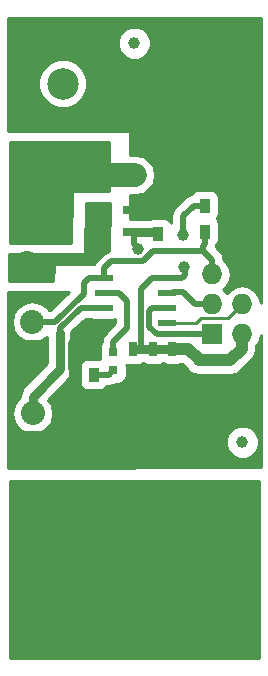
<source format=gbr>
G04 #@! TF.FileFunction,Copper,L1,Top,Signal*
%FSLAX46Y46*%
G04 Gerber Fmt 4.6, Leading zero omitted, Abs format (unit mm)*
%MOMM*%
%LPD*%
G01*
G04 APERTURE LIST*
%ADD10C,0.100000*%
%ADD11R,1.550000X0.600000*%
%ADD12C,2.670000*%
%ADD13R,0.797560X0.797560*%
%ADD14R,0.800000X0.600000*%
%ADD15R,0.750000X1.200000*%
%ADD16R,0.900000X1.200000*%
%ADD17R,1.900000X0.800000*%
%ADD18R,2.032000X2.032000*%
%ADD19O,2.032000X2.032000*%
%ADD20R,1.727200X1.727200*%
%ADD21O,1.727200X1.727200*%
%ADD22C,1.000000*%
%ADD23C,0.500000*%
%ADD24C,0.750000*%
%ADD25C,1.000000*%
%ADD26C,2.000000*%
%ADD27C,0.250000*%
%ADD28C,0.254000*%
G04 APERTURE END LIST*
D10*
D11*
X146011800Y-93181400D03*
X146011800Y-94451400D03*
X146011800Y-95721400D03*
X146011800Y-96991400D03*
X151411800Y-96991400D03*
X151411800Y-95721400D03*
X151411800Y-94451400D03*
X151411800Y-93181400D03*
D12*
X142553200Y-76757000D03*
X142553200Y-84377000D03*
X142553200Y-84377000D03*
X142553200Y-76757000D03*
X142553200Y-76757000D03*
X142553200Y-84377000D03*
X142553200Y-84377000D03*
X142553200Y-76757000D03*
X142553200Y-84377000D03*
X142553200Y-119426000D03*
X142553200Y-111806000D03*
D13*
X146809320Y-99511080D03*
X146809320Y-101009680D03*
D14*
X142902800Y-89957400D03*
X142902800Y-91657400D03*
D15*
X151818200Y-99244300D03*
X151818200Y-101144300D03*
D16*
X154576640Y-87079960D03*
X154576640Y-89279960D03*
D15*
X150179900Y-99252000D03*
X150179900Y-101152000D03*
D12*
X154553200Y-119376000D03*
X154553200Y-111756000D03*
X154553200Y-111756000D03*
X154553200Y-119376000D03*
X154553200Y-119376000D03*
X154553200Y-111756000D03*
X154553200Y-111756000D03*
X154553200Y-119376000D03*
X154553200Y-111756000D03*
X154553200Y-76707000D03*
X154553200Y-84327000D03*
D17*
X148544400Y-89356200D03*
X148544400Y-87456200D03*
X145544400Y-88406200D03*
D18*
X139981800Y-99480600D03*
D19*
X139981800Y-96940600D03*
D18*
X139994500Y-107227600D03*
D19*
X139994500Y-104687600D03*
D20*
X155183700Y-97982000D03*
D21*
X157723700Y-97982000D03*
X155183700Y-95442000D03*
X157723700Y-95442000D03*
X155183700Y-92902000D03*
X157723700Y-92902000D03*
D16*
X145178640Y-101395760D03*
X145178640Y-99195760D03*
D15*
X148478100Y-99269700D03*
X148478100Y-101169700D03*
D16*
X150634560Y-89488240D03*
X150634560Y-87288240D03*
D18*
X139489040Y-89437440D03*
D19*
X139489040Y-91977440D03*
D22*
X157756720Y-107115840D03*
X148617800Y-73323680D03*
X152717360Y-89533960D03*
X148655900Y-84494600D03*
X152846900Y-92292400D03*
X148536520Y-104194840D03*
X148948000Y-90743000D03*
D23*
X145178640Y-101395760D02*
X146423240Y-101395760D01*
X146423240Y-101395760D02*
X146809320Y-101009680D01*
D24*
X142902800Y-91657400D02*
X139809080Y-91657400D01*
X139809080Y-91657400D02*
X139489040Y-91977440D01*
X142826600Y-91581200D02*
X142902800Y-91657400D01*
X144604600Y-91657400D02*
X142902800Y-91657400D01*
X144604600Y-91657400D02*
X145544400Y-90717600D01*
X145544400Y-90717600D02*
X145544400Y-88406200D01*
D25*
X154063560Y-100196880D02*
X154063560Y-100114660D01*
X153193200Y-99244300D02*
X151818200Y-99244300D01*
X154063560Y-100114660D02*
X153193200Y-99244300D01*
X156730134Y-100196880D02*
X154063560Y-100196880D01*
X157723700Y-97982000D02*
X157723700Y-99203314D01*
X157723700Y-99203314D02*
X156730134Y-100196880D01*
D24*
X142902800Y-89957400D02*
X140009000Y-89957400D01*
X140009000Y-89957400D02*
X139489040Y-89437440D01*
X142769000Y-89041200D02*
X142902800Y-88907400D01*
X142902800Y-89957400D02*
X142902800Y-88907400D01*
X142902800Y-88907400D02*
X142553200Y-88557800D01*
X142553200Y-88557800D02*
X142553200Y-88258600D01*
D23*
X154576640Y-87079960D02*
X153626640Y-87079960D01*
X153626640Y-87079960D02*
X152697040Y-88009560D01*
X152697040Y-88009560D02*
X152697040Y-88390560D01*
X152717360Y-89533960D02*
X152717360Y-88826854D01*
X152717360Y-88826854D02*
X152697040Y-88806534D01*
X152697040Y-88806534D02*
X152697040Y-88390560D01*
X152697040Y-88390560D02*
X152697040Y-89383821D01*
D25*
X142553200Y-88258600D02*
X142553200Y-84377000D01*
D26*
X148655900Y-84494600D02*
X142670800Y-84494600D01*
X142670800Y-84494600D02*
X142553200Y-84377000D01*
D23*
X152872300Y-92995900D02*
X152872300Y-92317800D01*
X152872300Y-92317800D02*
X152846900Y-92292400D01*
X151411800Y-93181400D02*
X152686800Y-93181400D01*
X152686800Y-93181400D02*
X152872300Y-92995900D01*
D24*
X148541600Y-99252000D02*
X149189300Y-99252000D01*
X149189300Y-99252000D02*
X150179900Y-99252000D01*
D23*
X149151200Y-94167000D02*
X149151200Y-99213900D01*
X149151200Y-99213900D02*
X149189300Y-99252000D01*
D24*
X150179900Y-99252000D02*
X151810500Y-99252000D01*
X151810500Y-99252000D02*
X151818200Y-99244300D01*
D23*
X151411800Y-93181400D02*
X150136800Y-93181400D01*
X150136800Y-93181400D02*
X149151200Y-94167000D01*
D24*
X145178640Y-99195760D02*
X143969240Y-99195760D01*
X143969240Y-99195760D02*
X143542880Y-98769400D01*
D25*
X143542880Y-98769400D02*
X143611882Y-103120841D01*
D26*
X143542880Y-106695220D02*
X143542880Y-103189843D01*
D25*
X143611882Y-103120841D02*
X143542880Y-103051840D01*
D26*
X139994500Y-107227600D02*
X143010500Y-107227600D01*
X143542880Y-103189843D02*
X143611882Y-103120841D01*
X143010500Y-107227600D02*
X143542880Y-106695220D01*
D24*
X143542880Y-97885480D02*
X143542880Y-98769400D01*
X144436960Y-96991400D02*
X143542880Y-97885480D01*
X144736800Y-96991400D02*
X144436960Y-96991400D01*
D25*
X150634560Y-87288240D02*
X150634560Y-85688240D01*
X150634560Y-85688240D02*
X151995800Y-84327000D01*
X151995800Y-84327000D02*
X154553200Y-84327000D01*
X148544400Y-87456200D02*
X150466600Y-87456200D01*
X150466600Y-87456200D02*
X150634560Y-87288240D01*
D24*
X148536520Y-104194840D02*
X148536520Y-101228120D01*
X148536520Y-101228120D02*
X148478100Y-101169700D01*
D25*
X154553200Y-84327000D02*
X154078400Y-84327000D01*
D23*
X146486800Y-96991400D02*
X146011800Y-96991400D01*
X146011800Y-96991400D02*
X144736800Y-96991400D01*
D24*
X150179900Y-101152000D02*
X151810500Y-101152000D01*
X151810500Y-101152000D02*
X151818200Y-101144300D01*
X148541600Y-101152000D02*
X150179900Y-101152000D01*
X154132100Y-84748100D02*
X154553200Y-84327000D01*
D23*
X146809320Y-99511080D02*
X146809320Y-98612300D01*
X146809320Y-98612300D02*
X147967560Y-97454060D01*
X147967560Y-97454060D02*
X147967560Y-95132160D01*
X146011800Y-94451400D02*
X147286800Y-94451400D01*
X147286800Y-94451400D02*
X147967560Y-95132160D01*
X139981800Y-96940600D02*
X141900137Y-96940600D01*
X144309960Y-94530777D02*
X144309960Y-93608240D01*
X141900137Y-96940600D02*
X144309960Y-94530777D01*
X144309960Y-93608240D02*
X144736800Y-93181400D01*
X144736800Y-93181400D02*
X146011800Y-93181400D01*
X154576640Y-89279960D02*
X154576640Y-90379960D01*
X154576640Y-90379960D02*
X154434400Y-90522200D01*
X154434400Y-90522200D02*
X154434400Y-90905560D01*
X146011800Y-93181400D02*
X146011800Y-92381400D01*
X146011800Y-92381400D02*
X146608800Y-91784400D01*
X146608800Y-91784400D02*
X149312602Y-91784400D01*
X149312602Y-91784400D02*
X150201602Y-90895400D01*
X150201602Y-90895400D02*
X153177100Y-90895400D01*
X153177100Y-90895400D02*
X153187260Y-90905560D01*
X153187260Y-90905560D02*
X154434400Y-90905560D01*
X154434400Y-90905560D02*
X155183700Y-91654860D01*
X155183700Y-91654860D02*
X155183700Y-92902000D01*
X142338920Y-97885480D02*
X142338920Y-97491780D01*
X142338920Y-97491780D02*
X144109300Y-95721400D01*
D24*
X142338920Y-100906340D02*
X142338920Y-97885480D01*
X139994500Y-104687600D02*
X139994500Y-103250760D01*
X139994500Y-103250760D02*
X142338920Y-100906340D01*
D23*
X144109300Y-95721400D02*
X146011800Y-95721400D01*
D27*
X151411800Y-96991400D02*
X153862098Y-96991400D01*
X154222897Y-96630601D02*
X156535099Y-96630601D01*
X153862098Y-96991400D02*
X154222897Y-96630601D01*
X156535099Y-96630601D02*
X156860101Y-96305599D01*
X156860101Y-96305599D02*
X157723700Y-95442000D01*
D24*
X148544400Y-89356200D02*
X150502520Y-89356200D01*
X150502520Y-89356200D02*
X150634560Y-89488240D01*
D23*
X148544400Y-89356200D02*
X148544400Y-90339400D01*
X148544400Y-90339400D02*
X148948000Y-90743000D01*
X155183700Y-97982000D02*
X150517398Y-97982000D01*
X149875100Y-95983100D02*
X150136800Y-95721400D01*
X150517398Y-97982000D02*
X149875100Y-97339702D01*
X149875100Y-97339702D02*
X149875100Y-95983100D01*
X150136800Y-95721400D02*
X151411800Y-95721400D01*
X151411800Y-94451400D02*
X151886800Y-94451400D01*
X151886800Y-94451400D02*
X151899500Y-94438700D01*
X151899500Y-94438700D02*
X152745300Y-94438700D01*
X153748600Y-95442000D02*
X155183700Y-95442000D01*
X152745300Y-94438700D02*
X153748600Y-95442000D01*
D28*
G36*
X159151200Y-125424000D02*
X138055200Y-125424000D01*
X138055200Y-110402600D01*
X159151200Y-110402600D01*
X159151200Y-125424000D01*
X159151200Y-125424000D01*
G37*
X159151200Y-125424000D02*
X138055200Y-125424000D01*
X138055200Y-110402600D01*
X159151200Y-110402600D01*
X159151200Y-125424000D01*
G36*
X141495451Y-95963600D02*
X141407814Y-95963600D01*
X141214287Y-95673966D01*
X140648817Y-95296131D01*
X139981800Y-95163453D01*
X139314783Y-95296131D01*
X138749313Y-95673966D01*
X138371478Y-96239436D01*
X138238800Y-96906453D01*
X138238800Y-96974747D01*
X138371478Y-97641764D01*
X138749313Y-98207234D01*
X139314783Y-98585069D01*
X139981800Y-98717747D01*
X140648817Y-98585069D01*
X141214287Y-98207234D01*
X141236920Y-98173361D01*
X141236920Y-100449877D01*
X139215268Y-102471528D01*
X138976385Y-102829043D01*
X138892500Y-103250760D01*
X138892500Y-103333777D01*
X138762013Y-103420966D01*
X138384178Y-103986436D01*
X138251500Y-104653453D01*
X138251500Y-104721747D01*
X138384178Y-105388764D01*
X138762013Y-105954234D01*
X139327483Y-106332069D01*
X139994500Y-106464747D01*
X140661517Y-106332069D01*
X141226987Y-105954234D01*
X141604822Y-105388764D01*
X141737500Y-104721747D01*
X141737500Y-104653453D01*
X141604822Y-103986436D01*
X141289380Y-103514344D01*
X143118149Y-101685574D01*
X143118152Y-101685572D01*
X143357035Y-101328057D01*
X143372908Y-101248260D01*
X143440921Y-100906340D01*
X143440920Y-100906335D01*
X143440920Y-97885480D01*
X143422004Y-97790382D01*
X144513987Y-96698400D01*
X144939864Y-96698400D01*
X144948415Y-96704243D01*
X145236800Y-96762642D01*
X146786800Y-96762642D01*
X146990560Y-96724302D01*
X146990560Y-97049373D01*
X146118477Y-97921457D01*
X145906690Y-98238418D01*
X145832320Y-98612300D01*
X145832320Y-98670795D01*
X145727697Y-98823915D01*
X145669298Y-99112300D01*
X145669298Y-99909860D01*
X145699206Y-100068808D01*
X145628640Y-100054518D01*
X144728640Y-100054518D01*
X144459230Y-100105211D01*
X144211794Y-100264432D01*
X144045797Y-100507375D01*
X143987398Y-100795760D01*
X143987398Y-101995760D01*
X144038091Y-102265170D01*
X144197312Y-102512606D01*
X144440255Y-102678603D01*
X144728640Y-102737002D01*
X145628640Y-102737002D01*
X145898050Y-102686309D01*
X146145486Y-102527088D01*
X146250935Y-102372760D01*
X146423240Y-102372760D01*
X146797122Y-102298390D01*
X147019649Y-102149702D01*
X147208100Y-102149702D01*
X147477510Y-102099009D01*
X147724946Y-101939788D01*
X147890943Y-101696845D01*
X147949342Y-101408460D01*
X147949342Y-100610900D01*
X147943259Y-100578574D01*
X148103100Y-100610942D01*
X148853100Y-100610942D01*
X149122510Y-100560249D01*
X149344570Y-100417357D01*
X149516515Y-100534843D01*
X149804900Y-100593242D01*
X150554900Y-100593242D01*
X150824310Y-100542549D01*
X151006130Y-100425551D01*
X151154815Y-100527143D01*
X151443200Y-100585542D01*
X152193200Y-100585542D01*
X152462610Y-100534849D01*
X152561368Y-100471300D01*
X152684960Y-100471300D01*
X153030376Y-100816716D01*
X153195940Y-101064500D01*
X153594007Y-101330480D01*
X154063560Y-101423880D01*
X156730134Y-101423880D01*
X157199687Y-101330480D01*
X157597754Y-101064500D01*
X158591320Y-100070934D01*
X158857301Y-99672866D01*
X158950700Y-99203314D01*
X158950700Y-98984819D01*
X159193223Y-98621858D01*
X159301200Y-98079020D01*
X159301200Y-109260458D01*
X137905200Y-109284101D01*
X137905200Y-107392501D01*
X156359478Y-107392501D01*
X156571710Y-107906143D01*
X156964350Y-108299469D01*
X157477620Y-108512597D01*
X158033381Y-108513082D01*
X158547023Y-108300850D01*
X158940349Y-107908210D01*
X159153477Y-107394940D01*
X159153962Y-106839179D01*
X158941730Y-106325537D01*
X158549090Y-105932211D01*
X158035820Y-105719083D01*
X157480059Y-105718598D01*
X156966417Y-105930830D01*
X156573091Y-106323470D01*
X156359963Y-106836740D01*
X156359478Y-107392501D01*
X137905200Y-107392501D01*
X137905200Y-94370120D01*
X143088930Y-94370120D01*
X141495451Y-95963600D01*
X141495451Y-95963600D01*
G37*
X141495451Y-95963600D02*
X141407814Y-95963600D01*
X141214287Y-95673966D01*
X140648817Y-95296131D01*
X139981800Y-95163453D01*
X139314783Y-95296131D01*
X138749313Y-95673966D01*
X138371478Y-96239436D01*
X138238800Y-96906453D01*
X138238800Y-96974747D01*
X138371478Y-97641764D01*
X138749313Y-98207234D01*
X139314783Y-98585069D01*
X139981800Y-98717747D01*
X140648817Y-98585069D01*
X141214287Y-98207234D01*
X141236920Y-98173361D01*
X141236920Y-100449877D01*
X139215268Y-102471528D01*
X138976385Y-102829043D01*
X138892500Y-103250760D01*
X138892500Y-103333777D01*
X138762013Y-103420966D01*
X138384178Y-103986436D01*
X138251500Y-104653453D01*
X138251500Y-104721747D01*
X138384178Y-105388764D01*
X138762013Y-105954234D01*
X139327483Y-106332069D01*
X139994500Y-106464747D01*
X140661517Y-106332069D01*
X141226987Y-105954234D01*
X141604822Y-105388764D01*
X141737500Y-104721747D01*
X141737500Y-104653453D01*
X141604822Y-103986436D01*
X141289380Y-103514344D01*
X143118149Y-101685574D01*
X143118152Y-101685572D01*
X143357035Y-101328057D01*
X143372908Y-101248260D01*
X143440921Y-100906340D01*
X143440920Y-100906335D01*
X143440920Y-97885480D01*
X143422004Y-97790382D01*
X144513987Y-96698400D01*
X144939864Y-96698400D01*
X144948415Y-96704243D01*
X145236800Y-96762642D01*
X146786800Y-96762642D01*
X146990560Y-96724302D01*
X146990560Y-97049373D01*
X146118477Y-97921457D01*
X145906690Y-98238418D01*
X145832320Y-98612300D01*
X145832320Y-98670795D01*
X145727697Y-98823915D01*
X145669298Y-99112300D01*
X145669298Y-99909860D01*
X145699206Y-100068808D01*
X145628640Y-100054518D01*
X144728640Y-100054518D01*
X144459230Y-100105211D01*
X144211794Y-100264432D01*
X144045797Y-100507375D01*
X143987398Y-100795760D01*
X143987398Y-101995760D01*
X144038091Y-102265170D01*
X144197312Y-102512606D01*
X144440255Y-102678603D01*
X144728640Y-102737002D01*
X145628640Y-102737002D01*
X145898050Y-102686309D01*
X146145486Y-102527088D01*
X146250935Y-102372760D01*
X146423240Y-102372760D01*
X146797122Y-102298390D01*
X147019649Y-102149702D01*
X147208100Y-102149702D01*
X147477510Y-102099009D01*
X147724946Y-101939788D01*
X147890943Y-101696845D01*
X147949342Y-101408460D01*
X147949342Y-100610900D01*
X147943259Y-100578574D01*
X148103100Y-100610942D01*
X148853100Y-100610942D01*
X149122510Y-100560249D01*
X149344570Y-100417357D01*
X149516515Y-100534843D01*
X149804900Y-100593242D01*
X150554900Y-100593242D01*
X150824310Y-100542549D01*
X151006130Y-100425551D01*
X151154815Y-100527143D01*
X151443200Y-100585542D01*
X152193200Y-100585542D01*
X152462610Y-100534849D01*
X152561368Y-100471300D01*
X152684960Y-100471300D01*
X153030376Y-100816716D01*
X153195940Y-101064500D01*
X153594007Y-101330480D01*
X154063560Y-101423880D01*
X156730134Y-101423880D01*
X157199687Y-101330480D01*
X157597754Y-101064500D01*
X158591320Y-100070934D01*
X158857301Y-99672866D01*
X158950700Y-99203314D01*
X158950700Y-98984819D01*
X159193223Y-98621858D01*
X159301200Y-98079020D01*
X159301200Y-109260458D01*
X137905200Y-109284101D01*
X137905200Y-107392501D01*
X156359478Y-107392501D01*
X156571710Y-107906143D01*
X156964350Y-108299469D01*
X157477620Y-108512597D01*
X158033381Y-108513082D01*
X158547023Y-108300850D01*
X158940349Y-107908210D01*
X159153477Y-107394940D01*
X159153962Y-106839179D01*
X158941730Y-106325537D01*
X158549090Y-105932211D01*
X158035820Y-105719083D01*
X157480059Y-105718598D01*
X156966417Y-105930830D01*
X156573091Y-106323470D01*
X156359963Y-106836740D01*
X156359478Y-107392501D01*
X137905200Y-107392501D01*
X137905200Y-94370120D01*
X143088930Y-94370120D01*
X141495451Y-95963600D01*
G36*
X159301200Y-95344980D02*
X159193223Y-94802142D01*
X158848424Y-94286114D01*
X158332396Y-93941315D01*
X157723700Y-93820238D01*
X157115004Y-93941315D01*
X156598976Y-94286114D01*
X156453700Y-94503535D01*
X156308424Y-94286114D01*
X156137640Y-94172000D01*
X156308424Y-94057886D01*
X156653223Y-93541858D01*
X156774300Y-92933162D01*
X156774300Y-92870838D01*
X156653223Y-92262142D01*
X156308424Y-91746114D01*
X156158990Y-91646266D01*
X156086330Y-91280978D01*
X155874543Y-90964017D01*
X155509980Y-90599454D01*
X155549019Y-90403190D01*
X155709483Y-90168345D01*
X155767882Y-89879960D01*
X155767882Y-88679960D01*
X155717189Y-88410550D01*
X155566909Y-88177008D01*
X155709483Y-87968345D01*
X155767882Y-87679960D01*
X155767882Y-86479960D01*
X155717189Y-86210550D01*
X155557968Y-85963114D01*
X155315025Y-85797117D01*
X155026640Y-85738718D01*
X154126640Y-85738718D01*
X153857230Y-85789411D01*
X153609794Y-85948632D01*
X153485110Y-86131112D01*
X153252758Y-86177330D01*
X152935797Y-86389117D01*
X152006197Y-87318717D01*
X151794410Y-87635678D01*
X151720040Y-88009560D01*
X151720040Y-88533251D01*
X151615888Y-88371394D01*
X151372945Y-88205397D01*
X151084560Y-88146998D01*
X150184560Y-88146998D01*
X149915150Y-88197691D01*
X149827333Y-88254200D01*
X149688184Y-88254200D01*
X149494400Y-88214958D01*
X148203709Y-88214958D01*
X148215444Y-86221600D01*
X148655900Y-86221600D01*
X149316794Y-86090140D01*
X149877073Y-85715773D01*
X150251440Y-85155494D01*
X150382900Y-84494600D01*
X150251440Y-83833706D01*
X149877073Y-83273427D01*
X149316794Y-82899060D01*
X148655900Y-82767600D01*
X148235777Y-82767600D01*
X148246958Y-80868228D01*
X148237243Y-80818759D01*
X148209048Y-80776968D01*
X148166815Y-80749439D01*
X148120019Y-80740480D01*
X137905200Y-80735767D01*
X137905200Y-77165358D01*
X140490843Y-77165358D01*
X140804102Y-77923503D01*
X141383646Y-78504059D01*
X142141243Y-78818641D01*
X142961558Y-78819357D01*
X143719703Y-78506098D01*
X144300259Y-77926554D01*
X144614841Y-77168957D01*
X144615557Y-76348642D01*
X144302298Y-75590497D01*
X143722754Y-75009941D01*
X142965157Y-74695359D01*
X142144842Y-74694643D01*
X141386697Y-75007902D01*
X140806141Y-75587446D01*
X140491559Y-76345043D01*
X140490843Y-77165358D01*
X137905200Y-77165358D01*
X137905200Y-73600341D01*
X147220558Y-73600341D01*
X147432790Y-74113983D01*
X147825430Y-74507309D01*
X148338700Y-74720437D01*
X148894461Y-74720922D01*
X149408103Y-74508690D01*
X149801429Y-74116050D01*
X150014557Y-73602780D01*
X150015042Y-73047019D01*
X149802810Y-72533377D01*
X149410170Y-72140051D01*
X148896900Y-71926923D01*
X148341139Y-71926438D01*
X147827497Y-72138670D01*
X147434171Y-72531310D01*
X147221043Y-73044580D01*
X147220558Y-73600341D01*
X137905200Y-73600341D01*
X137905200Y-71178000D01*
X159301200Y-71178000D01*
X159301200Y-95344980D01*
X159301200Y-95344980D01*
G37*
X159301200Y-95344980D02*
X159193223Y-94802142D01*
X158848424Y-94286114D01*
X158332396Y-93941315D01*
X157723700Y-93820238D01*
X157115004Y-93941315D01*
X156598976Y-94286114D01*
X156453700Y-94503535D01*
X156308424Y-94286114D01*
X156137640Y-94172000D01*
X156308424Y-94057886D01*
X156653223Y-93541858D01*
X156774300Y-92933162D01*
X156774300Y-92870838D01*
X156653223Y-92262142D01*
X156308424Y-91746114D01*
X156158990Y-91646266D01*
X156086330Y-91280978D01*
X155874543Y-90964017D01*
X155509980Y-90599454D01*
X155549019Y-90403190D01*
X155709483Y-90168345D01*
X155767882Y-89879960D01*
X155767882Y-88679960D01*
X155717189Y-88410550D01*
X155566909Y-88177008D01*
X155709483Y-87968345D01*
X155767882Y-87679960D01*
X155767882Y-86479960D01*
X155717189Y-86210550D01*
X155557968Y-85963114D01*
X155315025Y-85797117D01*
X155026640Y-85738718D01*
X154126640Y-85738718D01*
X153857230Y-85789411D01*
X153609794Y-85948632D01*
X153485110Y-86131112D01*
X153252758Y-86177330D01*
X152935797Y-86389117D01*
X152006197Y-87318717D01*
X151794410Y-87635678D01*
X151720040Y-88009560D01*
X151720040Y-88533251D01*
X151615888Y-88371394D01*
X151372945Y-88205397D01*
X151084560Y-88146998D01*
X150184560Y-88146998D01*
X149915150Y-88197691D01*
X149827333Y-88254200D01*
X149688184Y-88254200D01*
X149494400Y-88214958D01*
X148203709Y-88214958D01*
X148215444Y-86221600D01*
X148655900Y-86221600D01*
X149316794Y-86090140D01*
X149877073Y-85715773D01*
X150251440Y-85155494D01*
X150382900Y-84494600D01*
X150251440Y-83833706D01*
X149877073Y-83273427D01*
X149316794Y-82899060D01*
X148655900Y-82767600D01*
X148235777Y-82767600D01*
X148246958Y-80868228D01*
X148237243Y-80818759D01*
X148209048Y-80776968D01*
X148166815Y-80749439D01*
X148120019Y-80740480D01*
X137905200Y-80735767D01*
X137905200Y-77165358D01*
X140490843Y-77165358D01*
X140804102Y-77923503D01*
X141383646Y-78504059D01*
X142141243Y-78818641D01*
X142961558Y-78819357D01*
X143719703Y-78506098D01*
X144300259Y-77926554D01*
X144614841Y-77168957D01*
X144615557Y-76348642D01*
X144302298Y-75590497D01*
X143722754Y-75009941D01*
X142965157Y-74695359D01*
X142144842Y-74694643D01*
X141386697Y-75007902D01*
X140806141Y-75587446D01*
X140491559Y-76345043D01*
X140490843Y-77165358D01*
X137905200Y-77165358D01*
X137905200Y-73600341D01*
X147220558Y-73600341D01*
X147432790Y-74113983D01*
X147825430Y-74507309D01*
X148338700Y-74720437D01*
X148894461Y-74720922D01*
X149408103Y-74508690D01*
X149801429Y-74116050D01*
X150014557Y-73602780D01*
X150015042Y-73047019D01*
X149802810Y-72533377D01*
X149410170Y-72140051D01*
X148896900Y-71926923D01*
X148341139Y-71926438D01*
X147827497Y-72138670D01*
X147434171Y-72531310D01*
X147221043Y-73044580D01*
X147220558Y-73600341D01*
X137905200Y-73600341D01*
X137905200Y-71178000D01*
X159301200Y-71178000D01*
X159301200Y-95344980D01*
G36*
X146462988Y-85853500D02*
X143436200Y-85853500D01*
X143386790Y-85863506D01*
X143345165Y-85891947D01*
X143317885Y-85934341D01*
X143309205Y-85979399D01*
X143272197Y-90247700D01*
X138055221Y-90247700D01*
X138055221Y-81713300D01*
X146474954Y-81713300D01*
X146462988Y-85853500D01*
X146462988Y-85853500D01*
G37*
X146462988Y-85853500D02*
X143436200Y-85853500D01*
X143386790Y-85863506D01*
X143345165Y-85891947D01*
X143317885Y-85934341D01*
X143309205Y-85979399D01*
X143272197Y-90247700D01*
X138055221Y-90247700D01*
X138055221Y-81713300D01*
X146474954Y-81713300D01*
X146462988Y-85853500D01*
G36*
X146505649Y-90927918D02*
X146273187Y-90974158D01*
X145988667Y-91164267D01*
X145988665Y-91164270D01*
X145391667Y-91761267D01*
X145201558Y-92045787D01*
X145198785Y-92059728D01*
X141897096Y-92056180D01*
X141847676Y-92066133D01*
X141806021Y-92094529D01*
X141778695Y-92136894D01*
X141769961Y-92182711D01*
X141765349Y-93430320D01*
X138021051Y-93430320D01*
X138023329Y-91220520D01*
X144309960Y-91220520D01*
X144359370Y-91210514D01*
X144400995Y-91182073D01*
X144428275Y-91139679D01*
X144436955Y-91094695D01*
X144476431Y-86828860D01*
X146534115Y-86828860D01*
X146505649Y-90927918D01*
X146505649Y-90927918D01*
G37*
X146505649Y-90927918D02*
X146273187Y-90974158D01*
X145988667Y-91164267D01*
X145988665Y-91164270D01*
X145391667Y-91761267D01*
X145201558Y-92045787D01*
X145198785Y-92059728D01*
X141897096Y-92056180D01*
X141847676Y-92066133D01*
X141806021Y-92094529D01*
X141778695Y-92136894D01*
X141769961Y-92182711D01*
X141765349Y-93430320D01*
X138021051Y-93430320D01*
X138023329Y-91220520D01*
X144309960Y-91220520D01*
X144359370Y-91210514D01*
X144400995Y-91182073D01*
X144428275Y-91139679D01*
X144436955Y-91094695D01*
X144476431Y-86828860D01*
X146534115Y-86828860D01*
X146505649Y-90927918D01*
M02*

</source>
